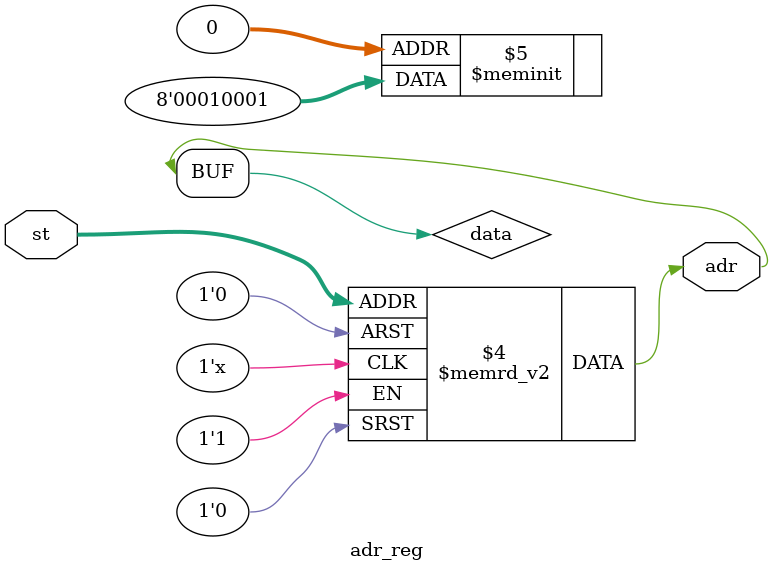
<source format=v>
module adr_reg(st, adr);
	input [2:0] st;
	output adr;			/* adr = 0:An, 1:Mn */
	
	reg data;
	
	assign adr = data;
	
	always @ ( st )
		begin
			case( st )
				3'b000: data = 1'b1;
				3'b001: data = 1'b0;
				3'b010: data = 1'b0;
				3'b011: data = 1'b0;
				3'b100: data = 1'b1;
				3'b101: data = 1'b0;
				3'b110: data = 1'b0;
				3'b111: data = 1'b0;
				default: data = 1'b0;
			endcase
		end
	
endmodule
</source>
